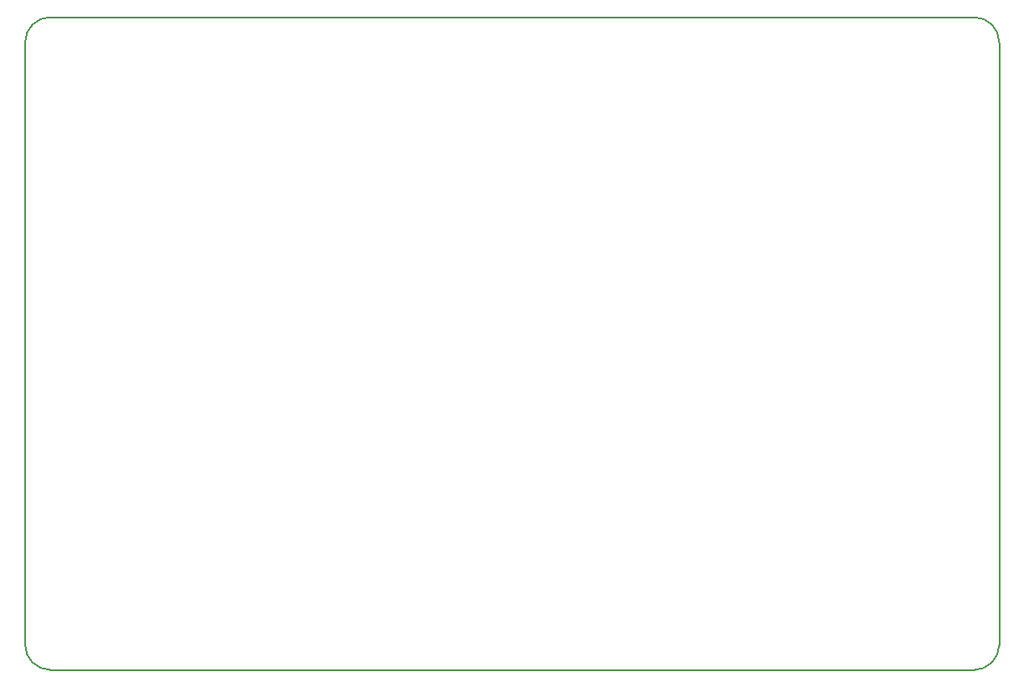
<source format=gbr>
G04 #@! TF.GenerationSoftware,KiCad,Pcbnew,6.0.4-6f826c9f35~116~ubuntu21.10.1*
G04 #@! TF.CreationDate,2022-04-21T21:11:02+02:00*
G04 #@! TF.ProjectId,Carte_Alim,43617274-655f-4416-9c69-6d2e6b696361,rev?*
G04 #@! TF.SameCoordinates,Original*
G04 #@! TF.FileFunction,Profile,NP*
%FSLAX46Y46*%
G04 Gerber Fmt 4.6, Leading zero omitted, Abs format (unit mm)*
G04 Created by KiCad (PCBNEW 6.0.4-6f826c9f35~116~ubuntu21.10.1) date 2022-04-21 21:11:02*
%MOMM*%
%LPD*%
G01*
G04 APERTURE LIST*
G04 #@! TA.AperFunction,Profile*
%ADD10C,0.150000*%
G04 #@! TD*
G04 APERTURE END LIST*
D10*
X183514999Y-130175001D02*
X183514999Y-69215001D01*
X180975000Y-132715000D02*
G75*
G03*
X183515000Y-130175000I0J2540000D01*
G01*
X180975000Y-66675000D02*
X87630000Y-66675000D01*
X87630000Y-132715000D02*
X180975000Y-132715000D01*
X183515000Y-69215000D02*
G75*
G03*
X180975000Y-66675000I-2540000J0D01*
G01*
X85090000Y-69215000D02*
X85090000Y-130175000D01*
X87630000Y-66675000D02*
G75*
G03*
X85090000Y-69215000I0J-2540000D01*
G01*
X85090000Y-130175000D02*
G75*
G03*
X87630000Y-132715000I2540000J0D01*
G01*
M02*

</source>
